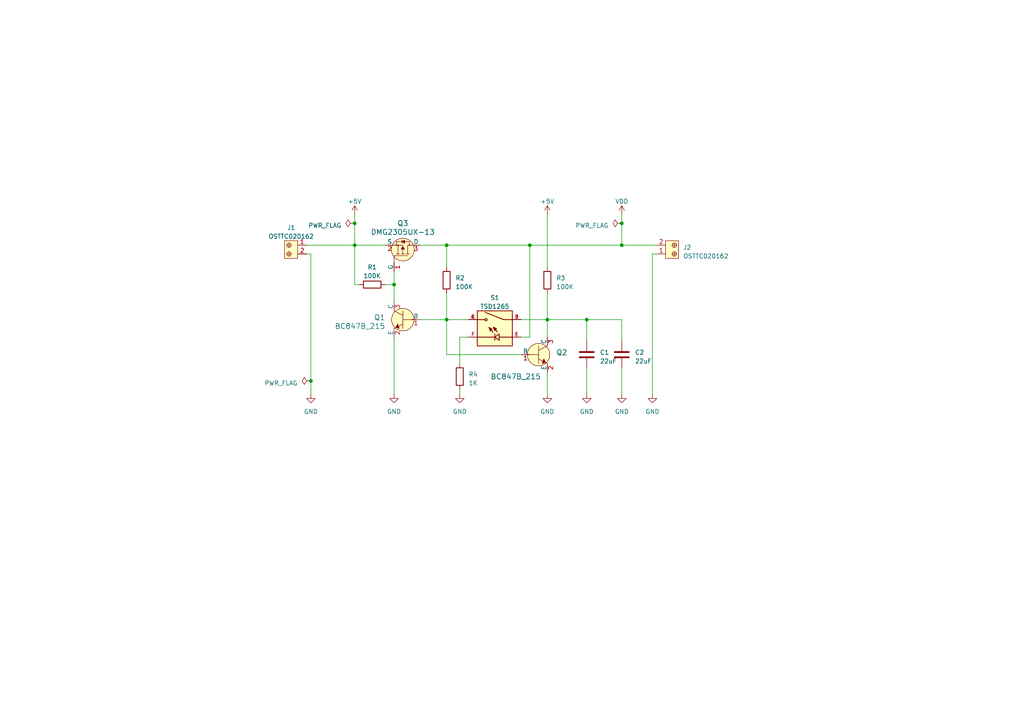
<source format=kicad_sch>
(kicad_sch (version 20230121) (generator eeschema)
  (paper "A4")
  (title_block (title "Tactile On/Off Switch Module") (date "2024-09-04") (rev "01") (company "Applied Sensors") (comment 1 "Design: D.Shlenkevitch"))
  (lib_symbols
    (symbol "Device:C" (pin_numbers hide) (pin_names (offset 0.254))
      (property "Reference" "C" (at 0.635 2.54 0))
      (property "Value" "C" (at 0.635 -2.54 0))
      (symbol "C_0_1"
        (polyline (pts (xy -2.032 -0.762) (xy 2.032 -0.762)) (stroke (width 0.508)))
        (polyline (pts (xy -2.032 0.762) (xy 2.032 0.762)) (stroke (width 0.508)))
      )
      (symbol "C_1_1"
        (pin passive line (at 0 3.81 270) (length 2.794) (name "~") (number "1"))
        (pin passive line (at 0 -3.81 90) (length 2.794) (name "~") (number "2"))
      )
    )
    (symbol "Device:R" (pin_numbers hide) (pin_names (offset 0))
      (property "Reference" "R" (at 2.032 0 90))
      (property "Value" "R" (at 0 0 90))
      (symbol "R_0_1"
        (rectangle (start -1.016 -2.54) (end 1.016 2.54) (stroke (width 0.254)))
      )
      (symbol "R_1_1"
        (pin passive line (at 0 3.81 270) (length 1.27) (name "~") (number "1"))
        (pin passive line (at 0 -3.81 90) (length 1.27) (name "~") (number "2"))
      )
    )
    (symbol "TSD1265:TSD1265" (pin_names (offset 1.016))
      (property "Reference" "S" (at -5.08 6.35 0))
      (property "Value" "TSD1265" (at -5.08 -7.62 0))
      (symbol "TSD1265_0_0"
        (rectangle (start -5.08 -5.08) (end 5.08 5.08) (stroke (width 0.254)) (fill (type background)))
        (polyline (pts (xy -2.54 2.54) (xy -5.08 2.54)) (stroke (width 0.254)))
        (polyline (pts (xy -2.54 2.54) (xy 2.794 4.6736)) (stroke (width 0.254)))
        (polyline (pts (xy -1.27 -3.429) (xy 0 -2.54)) (stroke (width 0.254)))
        (polyline (pts (xy -1.27 -2.54) (xy -5.08 -2.54)) (stroke (width 0.254)))
        (polyline (pts (xy -1.27 -2.54) (xy -1.27 -3.429)) (stroke (width 0.254)))
        (polyline (pts (xy -1.27 -1.651) (xy -1.27 -2.54)) (stroke (width 0.254)))
        (polyline (pts (xy -0.4826 -0.127) (xy 0.4064 0.3556)) (stroke (width 0.254)))
        (polyline (pts (xy -0.3048 -0.2032) (xy -0.0762 -0.0508)) (stroke (width 0.254)))
        (polyline (pts (xy 0 -2.54) (xy -1.27 -1.651)) (stroke (width 0.254)))
        (polyline (pts (xy 0 -2.54) (xy 0 -3.429)) (stroke (width 0.254)))
        (polyline (pts (xy 0 -2.54) (xy 5.08 -2.54)) (stroke (width 0.254)))
        (polyline (pts (xy 0 -1.651) (xy 0 -2.54)) (stroke (width 0.254)))
        (polyline (pts (xy 0.0762 -0.6096) (xy -0.4826 -0.127)) (stroke (width 0.254)))
        (polyline (pts (xy 0.0762 -0.6096) (xy 0.1016 0.127)) (stroke (width 0.254)))
        (polyline (pts (xy 0.1016 0.127) (xy -0.0254 0.127)) (stroke (width 0.254)))
        (polyline (pts (xy 0.4064 0.3556) (xy -0.7366 -1.0414)) (stroke (width 0.254)))
        (polyline (pts (xy 0.4064 0.3556) (xy 0.0762 -0.6096)) (stroke (width 0.254)))
        (polyline (pts (xy 0.762 -0.2286) (xy 1.651 0.254)) (stroke (width 0.254)))
        (polyline (pts (xy 0.9398 -0.3048) (xy 1.1684 -0.1524)) (stroke (width 0.254)))
        (polyline (pts (xy 1.3208 -0.7112) (xy 0.762 -0.2286)) (stroke (width 0.254)))
        (polyline (pts (xy 1.3208 -0.7112) (xy 1.3462 0.0254)) (stroke (width 0.254)))
        (polyline (pts (xy 1.3462 0.0254) (xy 1.2192 0.0254)) (stroke (width 0.254)))
        (polyline (pts (xy 1.651 0.254) (xy 0.508 -1.143)) (stroke (width 0.254)))
        (polyline (pts (xy 1.651 0.254) (xy 1.3208 -0.7112)) (stroke (width 0.254)))
        (polyline (pts (xy 5.08 2.54) (xy 2.921 2.54)) (stroke (width 0.254)))
        (circle (center 2.54 2.54) (radius 0.3302) (stroke (width 0.254)))
        (pin passive line (at 7.62 2.54 180) (length 2.54) (name "~") (number "A"))
        (pin passive line (at -7.62 2.54 0) (length 2.54) (name "~") (number "B"))
        (pin passive line (at 7.62 2.54 180) (length 2.54) (name "~") (number "C"))
        (pin passive line (at -7.62 2.54 0) (length 2.54) (name "~") (number "D"))
        (pin passive line (at -7.62 -2.54 0) (length 2.54) (name "~") (number "E"))
        (pin passive line (at 7.62 -2.54 180) (length 2.54) (name "~") (number "F"))
      )
    )
    (symbol "dk_Terminal-Blocks-Wire-to-Board:OSTTC020162" (pin_names (offset 1.016))
      (property "Reference" "J" (at -2.54 1.27 0))
      (property "Value" "OSTTC020162" (at 1.27 -2.54 0))
      (symbol "OSTTC020162_1_1"
        (rectangle (start -1.27 2.54) (end 3.81 -1.27) (fill (type background)))
        (polyline (pts (xy 0 0.635) (xy 0 -0.635)))
        (polyline (pts (xy 0.635 0) (xy -0.635 0)))
        (polyline (pts (xy 1.905 0) (xy 3.175 0)))
        (polyline (pts (xy 2.54 0.635) (xy 2.54 -0.635)))
        (circle (center 0 0) (radius 0.635))
        (circle (center 2.54 0) (radius 0.635))
        (pin passive line (at 0 5.08 270) (length 2.54) (name "~") (number "1"))
        (pin passive line (at 2.54 5.08 270) (length 2.54) (name "~") (number "2"))
      )
    )
    (symbol "dk_Transistors-Bipolar-BJT-Single:BC847B_215" (pin_names (offset 0))
      (property "Reference" "Q" (at -3.2004 4.2164 0))
      (property "Value" "BC847B_215" (at 5.2324 0 90))
      (symbol "BC847B_215_0_1"
        (polyline (pts (xy -3.81 0) (xy -2.54 0)))
        (polyline (pts (xy -3.556 0) (xy 0 0)))
        (polyline (pts (xy 0 -1.27) (xy 2.54 -2.54)))
        (polyline (pts (xy 0 1.27) (xy 2.54 2.54)))
        (polyline (pts (xy 0 2.54) (xy 0 -2.54)))
        (polyline (pts (xy 1.524 -1.27) (xy 2.032 -2.286) (xy 1.016 -2.54) (xy 1.524 -1.27)) (fill (type outline)))
        (circle (center 0 0) (radius 3.2512) (fill (type background)))
      )
      (symbol "BC847B_215_1_1"
        (pin input line (at -5.08 0 0) (length 2.54) (name "B") (number "1"))
        (pin passive line (at 2.54 -5.08 90) (length 2.54) (name "E") (number "2"))
        (pin passive line (at 2.54 5.08 270) (length 2.54) (name "C") (number "3"))
      )
    )
    (symbol "dk_Transistors-FETs-MOSFETs-Single:DMG2305UX-13" (pin_names (offset 0))
      (property "Reference" "Q" (at -2.6924 3.6322 0))
      (property "Value" "DMG2305UX-13" (at 3.4544 0 90))
      (symbol "DMG2305UX-13_0_1"
        (circle (center -1.27 0) (radius 3.302) (fill (type background)))
        (circle (center 0 -1.905) (radius 0.127))
        (circle (center 0 -1.397) (radius 0.127))
        (polyline (pts (xy 0 -1.397) (xy -2.54 -1.397)))
        (polyline (pts (xy -5.08 -2.54) (xy -3.048 -2.54) (xy -3.048 1.397)))
        (polyline (pts (xy 0 -2.54) (xy 0 0) (xy -2.54 0)))
        (polyline (pts (xy 0 2.54) (xy 0 1.397) (xy -2.54 1.397)))
        (polyline (pts (xy -0.127 -1.905) (xy 1.016 -1.905) (xy 1.016 1.397) (xy 1.016 1.905) (xy -0.127 1.905)))
        (circle (center 0 1.905) (radius 0.127))
      )
      (symbol "DMG2305UX-13_1_1"
        (polyline (pts (xy -2.54 -1.397) (xy -2.54 -1.905)))
        (polyline (pts (xy -2.54 -1.397) (xy -2.54 -0.889)))
        (polyline (pts (xy -2.54 0) (xy -2.54 -0.508)))
        (polyline (pts (xy -2.54 0) (xy -2.54 0.508)))
        (polyline (pts (xy -2.54 1.905) (xy -2.54 0.889)))
        (polyline (pts (xy 1.524 -0.254) (xy 0.508 -0.254)))
        (polyline (pts (xy -0.381 0) (xy -1.143 0.508) (xy -1.143 -0.508) (xy -0.381 0)) (fill (type outline)))
        (polyline (pts (xy 1.016 -0.254) (xy 1.524 0.508) (xy 0.508 0.508) (xy 1.016 -0.254)) (fill (type outline)))
        (pin bidirectional line (at -7.62 -2.54 0) (length 2.54) (name "G") (number "1"))
        (pin bidirectional line (at 0 -5.08 90) (length 2.54) (name "S") (number "2"))
        (pin bidirectional line (at 0 5.08 270) (length 2.54) (name "D") (number "3"))
      )
    )
    (symbol "power:+5V" (power) (pin_names (offset 0))
      (property "Value" "+5V" (at 0 3.556 0))
      (symbol "+5V_0_1"
        (polyline (pts (xy -0.762 1.27) (xy 0 2.54)))
        (polyline (pts (xy 0 0) (xy 0 2.54)))
        (polyline (pts (xy 0 2.54) (xy 0.762 1.27)))
      )
      (symbol "+5V_1_1"
        (pin power_in line (at 0 0 90) (length 0) hide (name "+5V") (number "1"))
      )
    )
    (symbol "power:GND" (power) (pin_names (offset 0))
      (property "Value" "GND" (at 0 -3.81 0))
      (symbol "GND_0_1"
        (polyline (pts (xy 0 0) (xy 0 -1.27) (xy 1.27 -1.27) (xy 0 -2.54) (xy -1.27 -1.27) (xy 0 -1.27)))
      )
      (symbol "GND_1_1"
        (pin power_in line (at 0 0 270) (length 0) hide (name "GND") (number "1"))
      )
    )
    (symbol "power:PWR_FLAG" (power) (pin_numbers hide) (pin_names (offset 0) hide)
      (property "Value" "PWR_FLAG" (at 0 3.81 0))
      (symbol "PWR_FLAG_0_0"
        (pin power_out line (at 0 0 90) (length 0) (name "pwr") (number "1"))
      )
      (symbol "PWR_FLAG_0_1"
        (polyline (pts (xy 0 0) (xy 0 1.27) (xy -1.016 1.905) (xy 0 2.54) (xy 1.016 1.905) (xy 0 1.27)))
      )
    )
    (symbol "power:VDD" (power) (pin_names (offset 0))
      (property "Value" "VDD" (at 0 3.81 0))
      (symbol "VDD_0_1"
        (polyline (pts (xy -0.762 1.27) (xy 0 2.54)))
        (polyline (pts (xy 0 0) (xy 0 2.54)))
        (polyline (pts (xy 0 2.54) (xy 0.762 1.27)))
      )
      (symbol "VDD_1_1"
        (pin power_in line (at 0 0 90) (length 0) hide (name "VDD") (number "1"))
      )
    )
  )
  (junction (at 180.34 64.77))
  (junction (at 158.75 92.71))
  (junction (at 114.3 82.55))
  (junction (at 153.67 71.12))
  (junction (at 170.18 92.71))
  (junction (at 129.54 92.71))
  (junction (at 102.87 64.77))
  (junction (at 129.54 71.12))
  (junction (at 102.87 71.12))
  (junction (at 90.17 110.49))
  (junction (at 180.34 71.12))
  (wire (pts (xy 129.54 71.12) (xy 153.67 71.12)))
  (wire (pts (xy 121.92 92.71) (xy 129.54 92.71)))
  (wire (pts (xy 170.18 106.68) (xy 170.18 114.3)))
  (wire (pts (xy 151.13 102.87) (xy 129.54 102.87)))
  (wire (pts (xy 133.35 113.03) (xy 133.35 114.3)))
  (wire (pts (xy 129.54 85.09) (xy 129.54 92.71)))
  (wire (pts (xy 180.34 106.68) (xy 180.34 114.3)))
  (wire (pts (xy 90.17 110.49) (xy 90.17 73.66)))
  (wire (pts (xy 170.18 99.06) (xy 170.18 92.71)))
  (wire (pts (xy 88.9 71.12) (xy 102.87 71.12)))
  (wire (pts (xy 153.67 97.79) (xy 151.13 97.79)))
  (wire (pts (xy 111.76 82.55) (xy 114.3 82.55)))
  (wire (pts (xy 180.34 64.77) (xy 180.34 62.23)))
  (wire (pts (xy 90.17 73.66) (xy 88.9 73.66)))
  (wire (pts (xy 114.3 82.55) (xy 114.3 87.63)))
  (wire (pts (xy 151.13 92.71) (xy 158.75 92.71)))
  (wire (pts (xy 180.34 99.06) (xy 180.34 92.71)))
  (wire (pts (xy 180.34 92.71) (xy 170.18 92.71)))
  (wire (pts (xy 129.54 71.12) (xy 129.54 77.47)))
  (wire (pts (xy 133.35 105.41) (xy 133.35 97.79)))
  (wire (pts (xy 102.87 71.12) (xy 102.87 82.55)))
  (wire (pts (xy 180.34 71.12) (xy 190.5 71.12)))
  (wire (pts (xy 189.23 73.66) (xy 190.5 73.66)))
  (wire (pts (xy 129.54 102.87) (xy 129.54 92.71)))
  (wire (pts (xy 114.3 78.74) (xy 114.3 82.55)))
  (wire (pts (xy 153.67 71.12) (xy 153.67 97.79)))
  (wire (pts (xy 158.75 85.09) (xy 158.75 92.71)))
  (wire (pts (xy 170.18 92.71) (xy 158.75 92.71)))
  (wire (pts (xy 121.92 71.12) (xy 129.54 71.12)))
  (wire (pts (xy 90.17 114.3) (xy 90.17 110.49)))
  (wire (pts (xy 102.87 82.55) (xy 104.14 82.55)))
  (wire (pts (xy 129.54 92.71) (xy 135.89 92.71)))
  (wire (pts (xy 180.34 71.12) (xy 180.34 64.77)))
  (wire (pts (xy 133.35 97.79) (xy 135.89 97.79)))
  (wire (pts (xy 158.75 62.23) (xy 158.75 77.47)))
  (wire (pts (xy 102.87 64.77) (xy 102.87 71.12)))
  (wire (pts (xy 158.75 92.71) (xy 158.75 97.79)))
  (wire (pts (xy 189.23 114.3) (xy 189.23 73.66)))
  (wire (pts (xy 114.3 97.79) (xy 114.3 114.3)))
  (wire (pts (xy 153.67 71.12) (xy 180.34 71.12)))
  (wire (pts (xy 102.87 71.12) (xy 111.76 71.12)))
  (wire (pts (xy 158.75 107.95) (xy 158.75 114.3)))
  (wire (pts (xy 102.87 62.23) (xy 102.87 64.77)))
  (symbol (lib_id "power:GND") (at 180.34 114.3 0) (unit 1)
    (property "Reference" "#PWR010" (effects hide))
    (property "Value" "GND" (at 180.34 119.38 0))
  )
  (symbol (lib_id "power:GND") (at 158.75 114.3 0) (unit 1)
    (property "Reference" "#PWR02" (effects hide))
    (property "Value" "GND" (at 158.75 119.38 0))
  )
  (symbol (lib_id "power:+5V") (at 158.75 62.23 0) (unit 1)
    (property "Reference" "#PWR04" (effects hide))
    (property "Value" "+5V" (at 158.75 58.42 0))
  )
  (symbol (lib_id "TSD1265:TSD1265") (at 143.51 95.25 0) (mirror y) (unit 1)
    (property "Reference" "S1" (at 143.51 86.36 0))
    (property "Value" "TSD1265" (at 143.51 88.9 0))
    (property "Footprint" "SW_TSD1265:SW_TSD1265" (effects hide))
    (property "MF" "Omten Electronics" (effects hide))
    (property "MAXIMUM_PACKAGE_HEIGHT" "6.5 mm" (effects hide))
    (property "Package" "Package" (effects hide))
    (property "Price" "None" (effects hide))
    (property "Check_prices" "https://www.snapeda.com/parts/TSD1265/Omten+Electronics/view-part/?ref=eda" (effects hide))
    (property "STANDARD" "Manufacturer Recommendations" (effects hide))
    (property "PARTREV" "N/A" (effects hide))
    (property "SnapEDA_Link" "https://www.snapeda.com/parts/TSD1265/Omten+Electronics/view-part/?ref=snap" (effects hide))
    (property "MP" "TSD1265" (effects hide))
    (property "Description" "\nTactile Push Button Switch Momentary\n" (effects hide))
    (property "Availability" "Not in stock" (effects hide))
    (property "MANUFACTURER" "Omten Electronics" (effects hide))
  )
  (symbol (lib_id "dk_Transistors-FETs-MOSFETs-Single:DMG2305UX-13") (at 116.84 71.12 270) (mirror x) (unit 1)
    (property "Reference" "Q3" (at 116.84 64.77 90) (effects (font (size 1.524 1.524))))
    (property "Value" "DMG2305UX-13" (at 116.84 67.31 90) (effects (font (size 1.524 1.524))))
    (property "Footprint" "digikey-footprints:SOT-23-3" (effects hide))
    (property "Datasheet" "https://www.diodes.com/assets/Datasheets/DMG2305UX.pdf" (effects hide))
    (property "Digi-Key_PN" "DMG2305UX-13DICT-ND" (effects hide))
    (property "MPN" "DMG2305UX-13" (effects hide))
    (property "Category" "Discrete Semiconductor Products" (effects hide))
    (property "Family" "Transistors - FETs, MOSFETs - Single" (effects hide))
    (property "DK_Datasheet_Link" "https://www.diodes.com/assets/Datasheets/DMG2305UX.pdf" (effects hide))
    (property "DK_Detail_Page" "/product-detail/en/diodes-incorporated/DMG2305UX-13/DMG2305UX-13DICT-ND/4251589" (effects hide))
    (property "Description" "MOSFET P-CH 20V 4.2A SOT23" (effects hide))
    (property "Manufacturer" "Diodes Incorporated" (effects hide))
    (property "Status" "Active" (effects hide))
  )
  (symbol (lib_id "dk_Terminal-Blocks-Wire-to-Board:OSTTC020162") (at 83.82 71.12 270) (unit 1)
    (property "Reference" "J1" (at 84.455 66.04 90))
    (property "Value" "OSTTC020162" (at 84.455 68.58 90))
    (property "Footprint" "Screw_Terminal:Screw_Terminal-2_pins" (effects hide))
    (property "Datasheet" "http://www.on-shore.com/wp-content/uploads/OSTTCXX0162.pdf" (effects hide))
    (property "Digi-Key_PN" "ED2600-ND" (effects hide))
    (property "MPN" "OSTTC020162" (effects hide))
    (property "Category" "Connectors, Interconnects" (effects hide))
    (property "Family" "Terminal Blocks - Wire to Board" (effects hide))
    (property "DK_Datasheet_Link" "http://www.on-shore.com/wp-content/uploads/OSTTCXX0162.pdf" (effects hide))
    (property "DK_Detail_Page" "/product-detail/en/on-shore-technology-inc/OSTTC020162/ED2600-ND/614549" (effects hide))
    (property "Description" "TERM BLK 2POS SIDE ENTRY 5MM PCB" (effects hide))
    (property "Manufacturer" "On Shore Technology Inc." (effects hide))
    (property "Status" "Active" (effects hide))
  )
  (symbol (lib_id "dk_Transistors-Bipolar-BJT-Single:BC847B_215") (at 116.84 92.71 0) (mirror y) (unit 1)
    (property "Reference" "Q1" (at 111.76 92.075 0) (effects (font (size 1.524 1.524)) (justify left)))
    (property "Value" "BC847B_215" (at 111.76 94.615 0) (effects (font (size 1.524 1.524)) (justify left)))
    (property "Footprint" "digikey-footprints:SOT-23-3" (effects hide))
    (property "Datasheet" "https://assets.nexperia.com/documents/data-sheet/BC847_SER.pdf" (effects hide))
    (property "Digi-Key_PN" "1727-2921-1-ND" (effects hide))
    (property "MPN" "BC847B,215" (effects hide))
    (property "Category" "Discrete Semiconductor Products" (effects hide))
    (property "Family" "Transistors - Bipolar (BJT) - Single" (effects hide))
    (property "DK_Datasheet_Link" "https://assets.nexperia.com/documents/data-sheet/BC847_SER.pdf" (effects hide))
    (property "DK_Detail_Page" "/product-detail/en/nexperia-usa-inc/BC847B,215/1727-2921-1-ND/763460" (effects hide))
    (property "Description" "TRANS NPN 45V 0.1A SOT23" (effects hide))
    (property "Manufacturer" "Nexperia USA Inc." (effects hide))
    (property "Status" "Active" (effects hide))
  )
  (symbol (lib_id "Device:R") (at 158.75 81.28 0) (unit 1)
    (property "Reference" "R3" (at 161.29 80.645 0) (effects (justify left)))
    (property "Value" "100K" (at 161.29 83.185 0) (effects (justify left)))
    (property "Footprint" "Resistor_SMD:R_0603_1608Metric" (effects hide))
  )
  (symbol (lib_id "Device:C") (at 180.34 102.87 0) (unit 1)
    (property "Reference" "C2" (at 184.15 102.235 0) (effects (justify left)))
    (property "Value" "22uF" (at 184.15 104.775 0) (effects (justify left)))
    (property "Footprint" "Capacitor_SMD:C_0805_2012Metric" (effects hide))
  )
  (symbol (lib_id "power:PWR_FLAG") (at 180.34 64.77 90) (unit 1)
    (property "Reference" "#FLG03" (effects hide))
    (property "Value" "PWR_FLAG" (at 176.53 65.405 90) (effects (justify left)))
  )
  (symbol (lib_id "power:GND") (at 189.23 114.3 0) (unit 1)
    (property "Reference" "#PWR09" (effects hide))
    (property "Value" "GND" (at 189.23 119.38 0))
  )
  (symbol (lib_id "power:GND") (at 90.17 114.3 0) (unit 1)
    (property "Reference" "#PWR08" (effects hide))
    (property "Value" "GND" (at 90.17 119.38 0))
  )
  (symbol (lib_id "Device:R") (at 129.54 81.28 0) (unit 1)
    (property "Reference" "R2" (at 132.08 80.645 0) (effects (justify left)))
    (property "Value" "100K" (at 132.08 83.185 0) (effects (justify left)))
    (property "Footprint" "Resistor_SMD:R_0603_1608Metric" (effects hide))
  )
  (symbol (lib_id "power:PWR_FLAG") (at 90.17 110.49 90) (unit 1)
    (property "Reference" "#FLG02" (effects hide))
    (property "Value" "PWR_FLAG" (at 86.36 111.125 90) (effects (justify left)))
  )
  (symbol (lib_id "power:PWR_FLAG") (at 102.87 64.77 90) (unit 1)
    (property "Reference" "#FLG01" (effects hide))
    (property "Value" "PWR_FLAG" (at 99.06 65.405 90) (effects (justify left)))
  )
  (symbol (lib_id "power:GND") (at 133.35 114.3 0) (unit 1)
    (property "Reference" "#PWR07" (effects hide))
    (property "Value" "GND" (at 133.35 119.38 0))
  )
  (symbol (lib_id "power:VDD") (at 180.34 62.23 0) (unit 1)
    (property "Reference" "#PWR05" (effects hide))
    (property "Value" "VDD" (at 180.34 58.42 0))
  )
  (symbol (lib_id "Device:R") (at 107.95 82.55 90) (unit 1)
    (property "Reference" "R1" (at 107.95 77.47 90))
    (property "Value" "100K" (at 107.95 80.01 90))
    (property "Footprint" "Resistor_SMD:R_0603_1608Metric" (effects hide))
  )
  (symbol (lib_id "Device:R") (at 133.35 109.22 0) (unit 1)
    (property "Reference" "R4" (at 135.89 108.585 0) (effects (justify left)))
    (property "Value" "1K" (at 135.89 111.125 0) (effects (justify left)))
    (property "Footprint" "Resistor_SMD:R_0603_1608Metric" (effects hide))
  )
  (symbol (lib_id "dk_Terminal-Blocks-Wire-to-Board:OSTTC020162") (at 195.58 73.66 90) (unit 1)
    (property "Reference" "J2" (at 198.12 71.755 90) (effects (justify right)))
    (property "Value" "OSTTC020162" (at 198.12 74.295 90) (effects (justify right)))
    (property "Footprint" "Screw_Terminal:Screw_Terminal-2_pins" (effects hide))
    (property "Datasheet" "http://www.on-shore.com/wp-content/uploads/OSTTCXX0162.pdf" (effects hide))
    (property "Digi-Key_PN" "ED2600-ND" (effects hide))
    (property "MPN" "OSTTC020162" (effects hide))
    (property "Category" "Connectors, Interconnects" (effects hide))
    (property "Family" "Terminal Blocks - Wire to Board" (effects hide))
    (property "DK_Datasheet_Link" "http://www.on-shore.com/wp-content/uploads/OSTTCXX0162.pdf" (effects hide))
    (property "DK_Detail_Page" "/product-detail/en/on-shore-technology-inc/OSTTC020162/ED2600-ND/614549" (effects hide))
    (property "Description" "TERM BLK 2POS SIDE ENTRY 5MM PCB" (effects hide))
    (property "Manufacturer" "On Shore Technology Inc." (effects hide))
    (property "Status" "Active" (effects hide))
  )
  (symbol (lib_id "power:GND") (at 170.18 114.3 0) (unit 1)
    (property "Reference" "#PWR03" (effects hide))
    (property "Value" "GND" (at 170.18 119.38 0))
  )
  (symbol (lib_id "Device:C") (at 170.18 102.87 0) (unit 1)
    (property "Reference" "C1" (at 173.99 102.235 0) (effects (justify left)))
    (property "Value" "22uF" (at 173.99 104.775 0) (effects (justify left)))
    (property "Footprint" "Capacitor_SMD:C_0805_2012Metric" (effects hide))
  )
  (symbol (lib_id "power:GND") (at 114.3 114.3 0) (unit 1)
    (property "Reference" "#PWR01" (effects hide))
    (property "Value" "GND" (at 114.3 119.38 0))
  )
  (symbol (lib_id "power:+5V") (at 102.87 62.23 0) (unit 1)
    (property "Reference" "#PWR06" (effects hide))
    (property "Value" "+5V" (at 102.87 58.42 0))
  )
  (symbol (lib_id "dk_Transistors-Bipolar-BJT-Single:BC847B_215") (at 156.21 102.87 0) (unit 1)
    (property "Reference" "Q2" (at 161.29 102.235 0) (effects (font (size 1.524 1.524)) (justify left)))
    (property "Value" "BC847B_215" (at 142.24 109.22 0) (effects (font (size 1.524 1.524)) (justify left)))
    (property "Footprint" "digikey-footprints:SOT-23-3" (effects hide))
    (property "Datasheet" "https://assets.nexperia.com/documents/data-sheet/BC847_SER.pdf" (effects hide))
    (property "Digi-Key_PN" "1727-2921-1-ND" (effects hide))
    (property "MPN" "BC847B,215" (effects hide))
    (property "Category" "Discrete Semiconductor Products" (effects hide))
    (property "Family" "Transistors - Bipolar (BJT) - Single" (effects hide))
    (property "DK_Datasheet_Link" "https://assets.nexperia.com/documents/data-sheet/BC847_SER.pdf" (effects hide))
    (property "DK_Detail_Page" "/product-detail/en/nexperia-usa-inc/BC847B,215/1727-2921-1-ND/763460" (effects hide))
    (property "Description" "TRANS NPN 45V 0.1A SOT23" (effects hide))
    (property "Manufacturer" "Nexperia USA Inc." (effects hide))
    (property "Status" "Active" (effects hide))
  )
)
</source>
